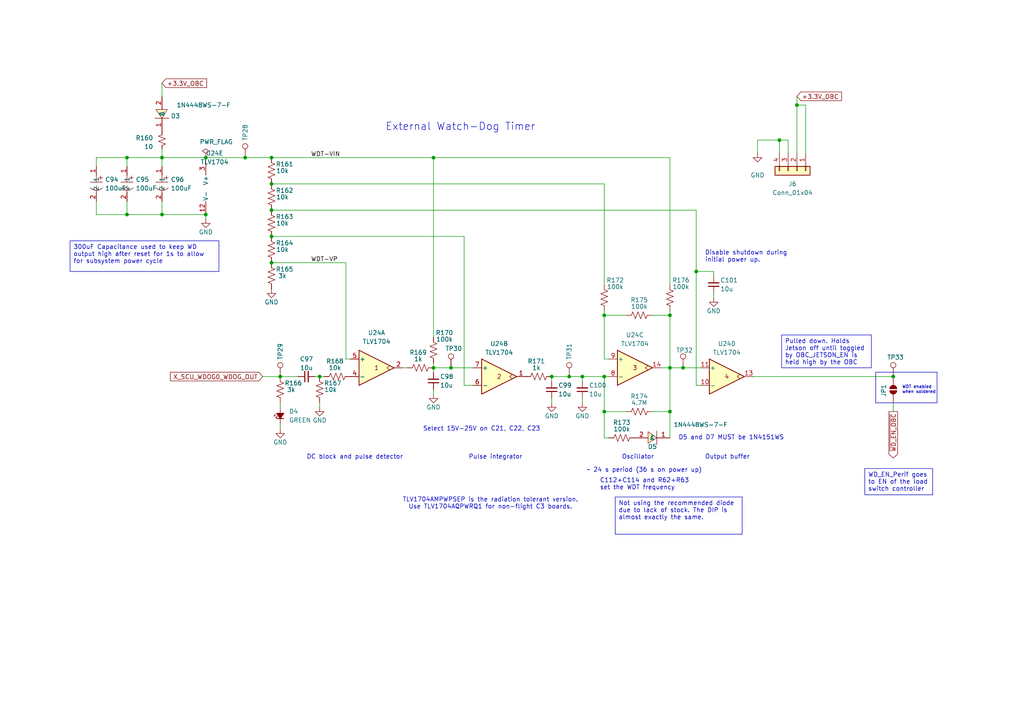
<source format=kicad_sch>
(kicad_sch (version 20250114) (generator "eeschema") (generator_version "9.0")
  (paper "A4")
  (lib_symbols
    (symbol "Connector_Generic:Conn_01x04" (pin_names (offset 1.016) (hide yes))
      (property "Reference" "J" (at 0 5.08 0))
      (property "Value" "Conn_01x04" (at 0 -7.62 0))
      (symbol "Conn_01x04_1_1"
        (rectangle (start -1.27 3.81) (end 1.27 -6.35) (stroke (width 0.254)) (fill (type background)))
        (rectangle (start -1.27 2.667) (end 0 2.413) (stroke (width 0.1524)))
        (rectangle (start -1.27 0.127) (end 0 -0.127) (stroke (width 0.1524)))
        (rectangle (start -1.27 -2.413) (end 0 -2.667) (stroke (width 0.1524)))
        (rectangle (start -1.27 -4.953) (end 0 -5.207) (stroke (width 0.1524)))
        (pin passive line (at -5.08 2.54 0) (length 3.81) (name "Pin_1") (number "1"))
        (pin passive line (at -5.08 0 0) (length 3.81) (name "Pin_2") (number "2"))
        (pin passive line (at -5.08 -2.54 0) (length 3.81) (name "Pin_3") (number "3"))
        (pin passive line (at -5.08 -5.08 0) (length 3.81) (name "Pin_4") (number "4"))
      )
    )
    (symbol "Device:C_Small" (pin_numbers (hide yes)) (pin_names (offset 0.254) (hide yes))
      (property "Reference" "C" (at 0.254 1.778 0))
      (property "Value" "C_Small" (at 0.254 -2.032 0))
      (symbol "C_Small_0_1"
        (polyline (pts (xy -1.524 0.508) (xy 1.524 0.508)) (stroke (width 0.3048)))
        (polyline (pts (xy -1.524 -0.508) (xy 1.524 -0.508)) (stroke (width 0.3302)))
      )
      (symbol "C_Small_1_1"
        (pin passive line (at 0 2.54 270) (length 2.032) (name "~") (number "1"))
        (pin passive line (at 0 -2.54 90) (length 2.032) (name "~") (number "2"))
      )
    )
    (symbol "Device:LED_Small_Filled" (pin_numbers (hide yes)) (pin_names (offset 0.254) (hide yes))
      (property "Reference" "D" (at -1.27 3.175 0))
      (property "Value" "LED_Small_Filled" (at -4.445 -2.54 0))
      (symbol "LED_Small_Filled_0_1"
        (polyline (pts (xy -0.762 -1.016) (xy -0.762 1.016)) (stroke (width 0.254)))
        (polyline (pts (xy 0 0.762) (xy -0.508 1.27) (xy -0.254 1.27) (xy -0.508 1.27) (xy -0.508 1.016)))
        (polyline (pts (xy 0.508 1.27) (xy 0 1.778) (xy 0.254 1.778) (xy 0 1.778) (xy 0 1.524)))
        (polyline (pts (xy 0.762 -1.016) (xy -0.762 0) (xy 0.762 1.016) (xy 0.762 -1.016)) (stroke (width 0.254)) (fill (type outline)))
        (polyline (pts (xy 1.016 0) (xy -0.762 0)))
      )
      (symbol "LED_Small_Filled_1_1"
        (pin passive line (at -2.54 0 0) (length 1.778) (name "K") (number "1"))
        (pin passive line (at 2.54 0 180) (length 1.778) (name "A") (number "2"))
      )
    )
    (symbol "Device:R_Small_US" (pin_numbers (hide yes)) (pin_names (offset 0.254) (hide yes))
      (property "Reference" "R" (at 0.762 0.508 0))
      (property "Value" "R_Small_US" (at 0.762 -1.016 0))
      (symbol "R_Small_US_1_1"
        (polyline (pts (xy 0 1.524) (xy 1.016 1.143) (xy 0 0.762) (xy -1.016 0.381) (xy 0 0)))
        (polyline (pts (xy 0 0) (xy 1.016 -0.381) (xy 0 -0.762) (xy -1.016 -1.143) (xy 0 -1.524)))
        (pin passive line (at 0 2.54 270) (length 1.016) (name "~") (number "1"))
        (pin passive line (at 0 -2.54 90) (length 1.016) (name "~") (number "2"))
      )
    )
    (symbol "Device:R_US" (pin_numbers (hide yes)) (pin_names (offset 0))
      (property "Reference" "R" (at 2.54 0 90))
      (property "Value" "R_US" (at -2.54 0 90))
      (symbol "R_US_0_1"
        (polyline (pts (xy 0 2.286) (xy 0 2.54)))
        (polyline (pts (xy 0 2.286) (xy 1.016 1.905) (xy 0 1.524) (xy -1.016 1.143) (xy 0 0.762)))
        (polyline (pts (xy 0 0.762) (xy 1.016 0.381) (xy 0 0) (xy -1.016 -0.381) (xy 0 -0.762)))
        (polyline (pts (xy 0 -0.762) (xy 1.016 -1.143) (xy 0 -1.524) (xy -1.016 -1.905) (xy 0 -2.286)))
        (polyline (pts (xy 0 -2.286) (xy 0 -2.54)))
      )
      (symbol "R_US_1_1"
        (pin passive line (at 0 3.81 270) (length 1.27) (name "~") (number "1"))
        (pin passive line (at 0 -3.81 90) (length 1.27) (name "~") (number "2"))
      )
    )
    (symbol "EPS:1N4448WS-7-F"
      (property "Reference" "D" (at 0 5.08 0))
      (property "Value" "1N4448WS-7-F" (at 0 -5.08 0))
      (symbol "1N4448WS-7-F_0_1"
        (polyline (pts (xy -1.27 -2.03) (xy -1.27 2.03)))
        (polyline (pts (xy 1.27 1.52) (xy -1.27 0) (xy 1.27 -1.78) (xy 1.27 1.52)) (fill (type background)))
        (pin unspecified line (at -5.08 0 0) (length 3.81) (name "C") (number "1"))
        (pin unspecified line (at 5.08 0 180) (length 3.81) (name "A") (number "2"))
      )
    )
    (symbol "EPS:TCN4107M035R0100E"
      (property "Reference" "C" (at 0 5.08 0))
      (property "Value" "TCN4107M035R0100E" (at 0 -5.08 0))
      (symbol "TCN4107M035R0100E_0_1"
        (polyline (pts (xy -2.54 0) (xy -0.51 0)))
        (polyline (pts (xy -2.29 1.27) (xy -1.27 1.27)))
        (polyline (pts (xy -1.78 1.78) (xy -1.78 0.76)))
        (arc (start 1.15 1.79) (mid 1.8578 0.0159) (end 1.13 -1.75))
        (polyline (pts (xy -0.51 1.78) (xy -0.51 -1.78)))
        (polyline (pts (xy 0.51 0) (xy 2.54 0)))
        (pin input line (at -5.08 0 0) (length 2.54) (name "1") (number "1"))
        (pin input line (at 5.08 0 180) (length 2.54) (name "2") (number "2"))
      )
    )
    (symbol "EPS:TLV1704AIPWR" (pin_names (offset 0.127))
      (property "Reference" "U13" (at 0 10.16 0))
      (property "Value" "TLV1704" (at 0 7.62 0))
      (symbol "TLV1704AIPWR_1_1"
        (polyline (pts (xy -5.08 5.08) (xy 5.08 0) (xy -5.08 -5.08) (xy -5.08 5.08)) (stroke (width 0.254)) (fill (type background)))
        (polyline (pts (xy 3.048 0) (xy 3.81 -0.635)))
        (polyline (pts (xy 3.81 0.635) (xy 3.048 0)))
        (text "1" (at 0 0 0) (effects (font (size 1.27 1.27))))
        (pin input line (at -7.62 2.54 0) (length 2.54) (name "+") (number "5"))
        (pin input line (at -7.62 -2.54 0) (length 2.54) (name "-") (number "4"))
        (pin open_collector line (at 7.62 0 180) (length 2.54) (name "~") (number "2"))
      )
      (symbol "TLV1704AIPWR_2_1"
        (polyline (pts (xy -5.08 5.08) (xy 5.08 0) (xy -5.08 -5.08) (xy -5.08 5.08)) (stroke (width 0.254)) (fill (type background)))
        (polyline (pts (xy 3.048 0) (xy 3.81 -0.635)))
        (polyline (pts (xy 3.81 0.635) (xy 3.048 0)))
        (text "2" (at 0 0 0) (effects (font (size 1.27 1.27))))
        (pin input line (at -7.62 2.54 0) (length 2.54) (name "+") (number "7"))
        (pin input line (at -7.62 -2.54 0) (length 2.54) (name "-") (number "6"))
        (pin open_collector line (at 7.62 0 180) (length 2.54) (name "~") (number "1"))
      )
      (symbol "TLV1704AIPWR_3_1"
        (polyline (pts (xy -5.08 5.08) (xy 5.08 0) (xy -5.08 -5.08) (xy -5.08 5.08)) (stroke (width 0.254)) (fill (type background)))
        (polyline (pts (xy 3.048 0) (xy 3.81 -0.635)))
        (polyline (pts (xy 3.81 0.635) (xy 3.048 0)))
        (text "3" (at 0 0 0) (effects (font (size 1.27 1.27))))
        (pin input line (at -7.62 2.54 0) (length 2.54) (name "+") (number "9"))
        (pin input line (at -7.62 -2.54 0) (length 2.54) (name "-") (number "8"))
        (pin open_collector line (at 7.62 0 180) (length 2.54) (name "~") (number "14"))
      )
      (symbol "TLV1704AIPWR_4_1"
        (polyline (pts (xy -5.08 5.08) (xy 5.08 0) (xy -5.08 -5.08) (xy -5.08 5.08)) (stroke (width 0.254)) (fill (type background)))
        (polyline (pts (xy 3.048 0) (xy 3.81 -0.635)))
        (polyline (pts (xy 3.81 0.635) (xy 3.048 0)))
        (text "4" (at 0 0 0) (effects (font (size 1.27 1.27))))
        (pin input line (at -7.62 2.54 0) (length 2.54) (name "+") (number "11"))
        (pin input line (at -7.62 -2.54 0) (length 2.54) (name "-") (number "10"))
        (pin open_collector line (at 7.62 0 180) (length 2.54) (name "~") (number "13"))
      )
      (symbol "TLV1704AIPWR_5_1"
        (pin power_in line (at -2.54 7.62 270) (length 3.81) (name "V+") (number "3"))
        (pin power_in line (at -2.54 -7.62 90) (length 3.81) (name "V-") (number "12"))
      )
    )
    (symbol "EPS:TestPoint" (pin_numbers (hide yes)) (pin_names (offset 0.762) (hide yes))
      (property "Reference" "TP" (at 0 6.858 0))
      (property "Value" "TestPoint" (at 0 5.08 0))
      (symbol "TestPoint_0_1"
        (circle (center 0 3.302) (radius 0.762))
      )
      (symbol "TestPoint_1_1"
        (pin passive line (at 0 0 90) (length 2.54) (name "1") (number "1"))
      )
    )
    (symbol "Jumper:SolderJumper_2_Open" (pin_numbers (hide yes)) (pin_names (offset 0) (hide yes)) (exclude_from_sim yes) (in_bom no)
      (property "Reference" "JP" (at 0 2.032 0))
      (property "Value" "SolderJumper_2_Open" (at 0 -2.54 0))
      (symbol "SolderJumper_2_Open_0_1"
        (polyline (pts (xy -0.254 1.016) (xy -0.254 -1.016)))
        (arc (start -0.254 -1.016) (mid -1.2656 0) (end -0.254 1.016))
        (arc (start -0.254 -1.016) (mid -1.2656 0) (end -0.254 1.016) (fill (type outline)))
        (arc (start 0.254 1.016) (mid 1.2656 0) (end 0.254 -1.016))
        (arc (start 0.254 1.016) (mid 1.2656 0) (end 0.254 -1.016) (fill (type outline)))
        (polyline (pts (xy 0.254 1.016) (xy 0.254 -1.016)))
      )
      (symbol "SolderJumper_2_Open_1_1"
        (pin passive line (at -3.81 0 0) (length 2.54) (name "A") (number "1"))
        (pin passive line (at 3.81 0 180) (length 2.54) (name "B") (number "2"))
      )
    )
    (symbol "power:GND" (power) (pin_numbers (hide yes)) (pin_names (offset 0) (hide yes))
      (property "Value" "GND" (at 0 -3.81 0))
      (symbol "GND_0_1"
        (polyline (pts (xy 0 0) (xy 0 -1.27) (xy 1.27 -1.27) (xy 0 -2.54) (xy -1.27 -1.27) (xy 0 -1.27)))
      )
      (symbol "GND_1_1"
        (pin power_in line (at 0 0 270) (length 0) (name "~") (number "1"))
      )
    )
    (symbol "power:PWR_FLAG" (power) (pin_numbers (hide yes)) (pin_names (offset 0) (hide yes))
      (property "Value" "PWR_FLAG" (at 0 3.81 0))
      (symbol "PWR_FLAG_0_0"
        (pin power_out line (at 0 0 90) (length 0) (name "~") (number "1"))
      )
      (symbol "PWR_FLAG_0_1"
        (polyline (pts (xy 0 0) (xy 0 1.27) (xy -1.016 1.905) (xy 0 2.54) (xy 1.016 1.905) (xy 0 1.27)))
      )
    )
  )
  (text "Select 15V-25V on C21, C22, C23" (at 139.7 124.46 0) (effects (font (size 1.27 1.27))))
  (text "TLV1704AMPWPSEP is the radiation tolerant version.\nUse TLV1704AQPWRQ1 for non-flight C3 boards." (at 142.24 146.05 0) (effects (font (size 1.27 1.27))))
  (text "Output buffer" (at 204.47 133.35 0) (effects (font (size 1.27 1.27)) (justify left bottom)))
  (text "Disable shutdown during\ninitial power up." (at 204.47 76.2 0) (effects (font (size 1.27 1.27)) (justify left bottom)))
  (text "WDT enabled\nwhen soldered" (at 261.62 114.3 0) (effects (font (size 0.889 0.889)) (justify left bottom)))
  (text "Oscillator" (at 180.34 133.35 0) (effects (font (size 1.27 1.27)) (justify left bottom)))
  (text "DC block and pulse detector" (at 88.9 133.35 0) (effects (font (size 1.27 1.27)) (justify left bottom)))
  (text "~ 24 s period (36 s on power up)" (at 170.18 137.16 0) (effects (font (size 1.27 1.27)) (justify left bottom)))
  (text "D5 and D7 MUST be 1N4151WS" (at 212.09 127 0) (effects (font (size 1.27 1.27))))
  (text "Pulse integrator" (at 135.89 133.35 0) (effects (font (size 1.27 1.27)) (justify left bottom)))
  (text "External Watch-Dog Timer" (at 111.76 38.1 0) (effects (font (size 2.159 2.159)) (justify left bottom)))
  (text "C112+C114 and R62+R63 \nset the WDT frequency" (at 173.99 142.24 0) (effects (font (size 1.27 1.27)) (justify left bottom)))
  (text_box "WD_EN_Perif goes to EN of the load switch controller" (at 250.825 135.89 0) (size 19.685 7.62) (margins 0.9525 0.9525 0.9525 0.9525) (effects (font (size 1.27 1.27)) (justify left top)))
  (text_box "Pulled down. Holds Jetson off until toggled by OBC_JETSON_EN is held high by the OBC" (at 226.695 97.155 0) (size 26.035 9.525) (margins 0.9525 0.9525 0.9525 0.9525) (effects (font (size 1.27 1.27)) (justify left top)))
  (text_box "300uF Capacitance used to keep WD output high after reset for 1s to allow for subsystem power cycle" (at 20.32 69.85 0) (size 43.18 8.89) (margins 0.9525 0.9525 0.9525 0.9525) (effects (font (size 1.27 1.27)) (justify left top)))
  (text_box "Not using the recommended diode due to lack of stock. The DIP is almost exactly the same." (at 178.435 144.145 0) (size 36.83 10.795) (margins 0.9525 0.9525 0.9525 0.9525) (effects (font (size 1.27 1.27)) (justify left top)))
  (junction (at 71.12 45.72))
  (junction (at 78.74 76.2))
  (junction (at 130.81 106.68))
  (junction (at 59.69 45.72))
  (junction (at 231.14 30.48))
  (junction (at 46.99 45.72))
  (junction (at 125.73 45.72))
  (junction (at 198.12 106.68))
  (junction (at 59.69 62.23))
  (junction (at 168.91 109.22))
  (junction (at 175.26 109.22))
  (junction (at 226.06 40.64))
  (junction (at 175.26 119.38))
  (junction (at 46.99 62.23))
  (junction (at 194.31 119.38))
  (junction (at 194.31 106.68))
  (junction (at 78.74 60.96))
  (junction (at 165.1 109.22))
  (junction (at 78.74 53.34))
  (junction (at 92.71 109.22))
  (junction (at 175.26 91.44))
  (junction (at 78.74 45.72))
  (junction (at 160.02 109.22))
  (junction (at 36.83 45.72))
  (junction (at 201.93 78.74))
  (junction (at 36.83 62.23))
  (junction (at 194.31 91.44))
  (junction (at 78.74 68.58))
  (junction (at 125.73 106.68))
  (junction (at 259.08 109.22))
  (junction (at 81.28 109.22))
  (wire (pts (xy 59.69 45.72) (xy 71.12 45.72)))
  (polyline (pts (xy 271.78 107.95) (xy 271.78 116.84)))
  (wire (pts (xy 226.06 44.45) (xy 226.06 40.64)))
  (wire (pts (xy 36.83 45.72) (xy 36.83 48.26)))
  (wire (pts (xy 71.12 45.72) (xy 78.74 45.72)))
  (wire (pts (xy 116.84 106.68) (xy 118.11 106.68)))
  (polyline (pts (xy 271.78 116.84) (xy 254 116.84)))
  (wire (pts (xy 228.6 40.64) (xy 228.6 44.45)))
  (polyline (pts (xy 254 116.84) (xy 254 107.95)))
  (wire (pts (xy 125.73 106.68) (xy 125.73 107.95)))
  (wire (pts (xy 27.94 45.72) (xy 27.94 48.26)))
  (wire (pts (xy 231.14 44.45) (xy 231.14 30.48)))
  (wire (pts (xy 81.28 109.22) (xy 86.36 109.22)))
  (wire (pts (xy 219.71 40.64) (xy 219.71 44.45)))
  (wire (pts (xy 175.26 127) (xy 176.53 127)))
  (wire (pts (xy 78.74 76.2) (xy 100.33 76.2)))
  (wire (pts (xy 46.99 45.72) (xy 59.69 45.72)))
  (wire (pts (xy 130.81 106.68) (xy 137.16 106.68)))
  (wire (pts (xy 175.26 127) (xy 175.26 119.38)))
  (wire (pts (xy 125.73 106.68) (xy 125.73 105.41)))
  (wire (pts (xy 175.26 90.17) (xy 175.26 91.44)))
  (wire (pts (xy 46.99 58.42) (xy 46.99 62.23)))
  (wire (pts (xy 160.02 109.22) (xy 160.02 110.49)))
  (wire (pts (xy 207.01 80.01) (xy 207.01 78.74)))
  (wire (pts (xy 175.26 104.14) (xy 175.26 91.44)))
  (wire (pts (xy 91.44 109.22) (xy 92.71 109.22)))
  (wire (pts (xy 59.69 63.5) (xy 59.69 62.23)))
  (wire (pts (xy 100.33 104.14) (xy 101.6 104.14)))
  (wire (pts (xy 168.91 109.22) (xy 175.26 109.22)))
  (wire (pts (xy 125.73 106.68) (xy 130.81 106.68)))
  (wire (pts (xy 181.61 119.38) (xy 175.26 119.38)))
  (wire (pts (xy 194.31 106.68) (xy 198.12 106.68)))
  (wire (pts (xy 78.74 53.34) (xy 175.26 53.34)))
  (wire (pts (xy 201.93 78.74) (xy 207.01 78.74)))
  (wire (pts (xy 134.62 68.58) (xy 134.62 111.76)))
  (wire (pts (xy 191.77 106.68) (xy 194.31 106.68)))
  (wire (pts (xy 160.02 116.84) (xy 160.02 115.57)))
  (wire (pts (xy 226.06 40.64) (xy 228.6 40.64)))
  (wire (pts (xy 46.99 24.13) (xy 46.99 27.94)))
  (wire (pts (xy 81.28 124.46) (xy 81.28 123.19)))
  (wire (pts (xy 46.99 45.72) (xy 46.99 48.26)))
  (wire (pts (xy 194.31 127) (xy 194.31 119.38)))
  (wire (pts (xy 168.91 110.49) (xy 168.91 109.22)))
  (wire (pts (xy 218.44 109.22) (xy 259.08 109.22)))
  (wire (pts (xy 125.73 45.72) (xy 125.73 97.79)))
  (wire (pts (xy 201.93 60.96) (xy 201.93 78.74)))
  (wire (pts (xy 189.23 119.38) (xy 194.31 119.38)))
  (wire (pts (xy 27.94 45.72) (xy 36.83 45.72)))
  (wire (pts (xy 194.31 82.55) (xy 194.31 45.72)))
  (wire (pts (xy 36.83 58.42) (xy 36.83 62.23)))
  (wire (pts (xy 176.53 104.14) (xy 175.26 104.14)))
  (wire (pts (xy 194.31 90.17) (xy 194.31 91.44)))
  (wire (pts (xy 201.93 111.76) (xy 203.2 111.76)))
  (wire (pts (xy 194.31 119.38) (xy 194.31 106.68)))
  (wire (pts (xy 231.14 30.48) (xy 231.14 27.94)))
  (wire (pts (xy 125.73 114.3) (xy 125.73 113.03)))
  (wire (pts (xy 125.73 45.72) (xy 78.74 45.72)))
  (wire (pts (xy 189.23 91.44) (xy 194.31 91.44)))
  (wire (pts (xy 168.91 116.84) (xy 168.91 115.57)))
  (wire (pts (xy 233.68 30.48) (xy 233.68 44.45)))
  (wire (pts (xy 226.06 40.64) (xy 219.71 40.64)))
  (wire (pts (xy 231.14 30.48) (xy 233.68 30.48)))
  (wire (pts (xy 175.26 82.55) (xy 175.26 53.34)))
  (wire (pts (xy 134.62 111.76) (xy 137.16 111.76)))
  (wire (pts (xy 78.74 60.96) (xy 201.93 60.96)))
  (wire (pts (xy 198.12 106.68) (xy 203.2 106.68)))
  (wire (pts (xy 46.99 43.18) (xy 46.99 45.72)))
  (wire (pts (xy 92.71 116.84) (xy 92.71 118.11)))
  (wire (pts (xy 165.1 109.22) (xy 168.91 109.22)))
  (wire (pts (xy 160.02 109.22) (xy 165.1 109.22)))
  (wire (pts (xy 27.94 62.23) (xy 36.83 62.23)))
  (wire (pts (xy 76.2 109.22) (xy 81.28 109.22)))
  (wire (pts (xy 259.08 116.84) (xy 259.08 119.38)))
  (wire (pts (xy 175.26 119.38) (xy 175.26 109.22)))
  (wire (pts (xy 81.28 116.84) (xy 81.28 118.11)))
  (wire (pts (xy 92.71 109.22) (xy 93.98 109.22)))
  (polyline (pts (xy 254 107.95) (xy 271.78 107.95)))
  (wire (pts (xy 207.01 86.36) (xy 207.01 85.09)))
  (wire (pts (xy 194.31 91.44) (xy 194.31 106.68)))
  (wire (pts (xy 175.26 109.22) (xy 176.53 109.22)))
  (wire (pts (xy 201.93 78.74) (xy 201.93 111.76)))
  (wire (pts (xy 46.99 62.23) (xy 59.69 62.23)))
  (wire (pts (xy 125.73 45.72) (xy 194.31 45.72)))
  (wire (pts (xy 27.94 58.42) (xy 27.94 62.23)))
  (wire (pts (xy 100.33 76.2) (xy 100.33 104.14)))
  (wire (pts (xy 36.83 45.72) (xy 46.99 45.72)))
  (wire (pts (xy 175.26 91.44) (xy 181.61 91.44)))
  (wire (pts (xy 36.83 62.23) (xy 46.99 62.23)))
  (wire (pts (xy 59.69 46.99) (xy 59.69 45.72)))
  (wire (pts (xy 78.74 68.58) (xy 134.62 68.58)))
  (label "WDT-VP" (at 90.17 76.2 0))
  (label "WDT-VIN" (at 90.17 45.72 0))
  (global_label "+3.3V_OBC" (shape input) (at 231.14 27.94 0) (property "Intersheetrefs" "${INTERSHEET_REFS}" (effects (hide yes))))
  (global_label "+3.3V_OBC" (shape input) (at 46.99 24.13 0) (property "Intersheetrefs" "${INTERSHEET_REFS}" (effects (hide yes))))
  (global_label "X_SCU_WDOG0_WDOG_OUT" (shape input) (at 76.2 109.22 180) (property "Intersheetrefs" "${INTERSHEET_REFS}" (effects (hide yes))))
  (global_label "~{WD_EN_OBC}" (shape output) (at 259.08 119.38 270) (property "Intersheetrefs" "${INTERSHEET_REFS}" (effects (hide yes))))
  (symbol (lib_id "Device:R_US") (at 78.74 49.53 180) (unit 1)
    (property "Reference" "R161" (at 82.55 47.625 0))
    (property "Value" "10k" (at 81.915 49.53 0))
    (property "Footprint" "EPS:R0402" (effects (hide yes)))
    (property "Description" "Resistor, US symbol" (effects (hide yes)))
    (property "LCSC" "C25531" (effects (hide yes)))
  )
  (symbol (lib_id "power:GND") (at 92.71 118.11 0) (unit 1)
    (property "Reference" "#PWR0160" (effects (hide yes)))
    (property "Value" "GND" (at 92.71 121.92 0))
    (property "Description" "Power symbol creates a global label with name \"GND\" , ground" (effects (hide yes)))
  )
  (symbol (lib_id "power:GND") (at 78.74 83.82 0) (unit 1)
    (property "Reference" "#PWR0156" (effects (hide yes)))
    (property "Value" "GND" (at 78.74 87.63 0))
    (property "Description" "Power symbol creates a global label with name \"GND\" , ground" (effects (hide yes)))
  )
  (symbol (lib_id "Device:LED_Small_Filled") (at 81.28 120.65 90) (unit 1)
    (property "Reference" "D4" (at 83.82 119.3165 90) (effects (justify right)))
    (property "Value" "GREEN" (at 83.82 121.8565 90) (effects (justify right)))
    (property "Footprint" "LED_SMD:LED_0603_1608Metric" (effects (hide yes)))
    (property "Description" "Light emitting diode, small symbol, filled shape" (effects (hide yes)))
    (property "DPN" "732-4971-1-ND" (effects (hide yes)))
    (property "DST" "Digi-Key" (effects (hide yes)))
    (property "MFR" "Wurth" (effects (hide yes)))
    (property "MPN" "150060GS75000" (effects (hide yes)))
    (property "Sim.Pins" "1=K 2=A" (effects (hide yes)))
    (property "LCSC" "C965799" (effects (hide yes)))
  )
  (symbol (lib_id "EPS:TCN4107M035R0100E") (at 46.99 53.34 270) (unit 1)
    (property "Reference" "C96" (at 49.53 52.0699 90) (effects (justify left)))
    (property "Value" "100uF" (at 49.53 54.6099 90) (effects (justify left)))
    (property "Footprint" "EPS:CAP-SMD_L7.3-W6.1_TCN4227M025R0100" (effects (hide yes)))
    (property "LCSC Part" "C2158793" (effects (hide yes)))
  )
  (symbol (lib_id "power:GND") (at 81.28 124.46 0) (unit 1)
    (property "Reference" "#PWR0157" (effects (hide yes)))
    (property "Value" "GND" (at 81.28 128.27 0))
    (property "Description" "Power symbol creates a global label with name \"GND\" , ground" (effects (hide yes)))
  )
  (symbol (lib_id "Device:R_US") (at 125.73 101.6 0) (unit 1)
    (property "Reference" "R170" (at 128.905 96.52 0))
    (property "Value" "100k" (at 128.905 98.425 0))
    (property "Footprint" "EPS:R0402" (effects (hide yes)))
    (property "Description" "Resistor, US symbol" (effects (hide yes)))
    (property "LCSC" "C269673" (effects (hide yes)))
  )
  (symbol (lib_id "Device:R_US") (at 185.42 91.44 90) (unit 1)
    (property "Reference" "R175" (at 185.42 86.995 90))
    (property "Value" "100k" (at 185.42 88.9 90))
    (property "Footprint" "EPS:R0402" (effects (hide yes)))
    (property "Description" "Resistor, US symbol" (effects (hide yes)))
    (property "LCSC" "C269673" (effects (hide yes)))
  )
  (symbol (lib_id "EPS:1N4448WS-7-F") (at 189.23 127 180) (unit 1)
    (property "Reference" "D5" (at 189.23 129.54 0))
    (property "Value" "1N4448WS-7-F" (at 203.2 123.19 0))
    (property "Footprint" "EPS:SOD-323_L1.8-W1.3-LS2.5-RD" (effects (hide yes)))
    (property "Datasheet" "https://lcsc.com/product-detail/Others_Diodes-Incorporated_1N4448WS-7-F_Diodes-Incorporated-1N4448WS-7-F_C260859.html" (effects (hide yes)))
    (property "Description" "Diode" (effects (hide yes)))
    (property "DPN" "112-1N4151WS-E3-08CT-ND" (effects (hide yes)))
    (property "DST" "Digi-Key" (effects (hide yes)))
    (property "MFR" "Vishay" (effects (hide yes)))
    (property "MPN" "1N4151WS-E3-08" (effects (hide yes)))
    (property "Sim.Device" "D" (effects (hide yes)))
    (property "Sim.Pins" "1=K 2=A" (effects (hide yes)))
    (property "LCSC" "C2979762" (effects (hide yes)))
    (property "LCSC Part" "C260859" (effects (hide yes)))
  )
  (symbol (lib_id "Device:C_Small") (at 160.02 113.03 180) (unit 1)
    (property "Reference" "C99" (at 161.925 111.76 0) (effects (justify right)))
    (property "Value" "10u" (at 161.925 114.3 0) (effects (justify right)))
    (property "Footprint" "EPS:C0402" (effects (hide yes)))
    (property "Description" "Unpolarized capacitor, small symbol" (effects (hide yes)))
    (property "LCSC" "194427" (effects (hide yes)))
  )
  (symbol (lib_id "Device:R_US") (at 78.74 64.77 180) (unit 1)
    (property "Reference" "R163" (at 82.55 62.865 0))
    (property "Value" "10k" (at 81.915 64.77 0))
    (property "Footprint" "EPS:R0402" (effects (hide yes)))
    (property "Description" "Resistor, US symbol" (effects (hide yes)))
    (property "LCSC" "C25531" (effects (hide yes)))
  )
  (symbol (lib_id "EPS:TestPoint") (at 81.28 109.22 0) (unit 1)
    (property "Reference" "TP29" (at 81.28 104.394 90) (effects (justify left)))
    (property "Value" "TestPoint" (effects (hide yes)))
    (property "Footprint" "TestPoint:TestPoint_Pad_1.0x1.0mm" (effects (hide yes)))
    (property "Description" "test point" (effects (hide yes)))
  )
  (symbol (lib_id "Device:R_US") (at 185.42 119.38 90) (unit 1)
    (property "Reference" "R174" (at 185.42 114.935 90))
    (property "Value" "4.7M" (at 185.42 116.84 90))
    (property "Footprint" "EPS:R0402" (effects (hide yes)))
    (property "Description" "Resistor, US symbol" (effects (hide yes)))
    (property "LCSC" "C474132" (effects (hide yes)))
  )
  (symbol (lib_id "power:GND") (at 125.73 114.3 0) (unit 1)
    (property "Reference" "#PWR0172" (effects (hide yes)))
    (property "Value" "GND" (at 125.73 118.11 0))
    (property "Description" "Power symbol creates a global label with name \"GND\" , ground" (effects (hide yes)))
  )
  (symbol (lib_id "Device:R_Small_US") (at 46.99 40.64 0) (mirror y) (unit 1)
    (property "Reference" "R160" (at 44.45 40.005 0) (effects (justify left)))
    (property "Value" "10" (at 44.45 42.545 0) (effects (justify left)))
    (property "Footprint" "Resistor_SMD:R_1206_3216Metric" (effects (hide yes)))
    (property "Description" "Resistor, small US symbol" (effects (hide yes)))
    (property "DPN" "RHM10.0AFCT-ND" (effects (hide yes)))
    (property "DST" "Digi-Key" (effects (hide yes)))
    (property "MFR" "Rohm Semiconductor" (effects (hide yes)))
    (property "MPN" "ESR18EZPF10R0" (effects (hide yes)))
    (property "LCSC" "C17903" (effects (hide yes)))
  )
  (symbol (lib_id "Device:R_US") (at 156.21 109.22 270) (unit 1)
    (property "Reference" "R171" (at 155.575 104.775 90))
    (property "Value" "1k" (at 155.575 106.68 90))
    (property "Footprint" "EPS:R0402" (effects (hide yes)))
    (property "Description" "Resistor, US symbol" (effects (hide yes)))
    (property "LCSC" "C106235" (effects (hide yes)))
  )
  (symbol (lib_id "Device:R_US") (at 92.71 113.03 180) (unit 1)
    (property "Reference" "R167" (at 96.52 111.125 0))
    (property "Value" "10k" (at 95.885 113.03 0))
    (property "Footprint" "EPS:R0402" (effects (hide yes)))
    (property "Description" "Resistor, US symbol" (effects (hide yes)))
    (property "LCSC" "C25531" (effects (hide yes)))
  )
  (symbol (lib_id "Device:R_US") (at 78.74 80.01 180) (unit 1)
    (property "Reference" "R165" (at 82.55 78.105 0))
    (property "Value" "3k" (at 81.915 80.01 0))
    (property "Footprint" "EPS:R0402" (effects (hide yes)))
    (property "Description" "Resistor, US symbol" (effects (hide yes)))
    (property "LCSC" "C2909355" (effects (hide yes)))
  )
  (symbol (lib_id "power:GND") (at 219.71 44.45 0) (unit 1)
    (property "Reference" "#PWR0176" (effects (hide yes)))
    (property "Value" "GND" (at 219.71 50.8 0))
    (property "Description" "Power symbol creates a global label with name \"GND\" , ground" (effects (hide yes)))
  )
  (symbol (lib_id "Device:R_US") (at 180.34 127 90) (unit 1)
    (property "Reference" "R173" (at 180.34 122.555 90))
    (property "Value" "100k" (at 180.34 124.46 90))
    (property "Footprint" "EPS:R0402" (effects (hide yes)))
    (property "Description" "Resistor, US symbol" (effects (hide yes)))
    (property "LCSC" "C269673" (effects (hide yes)))
  )
  (symbol (lib_id "Device:R_US") (at 78.74 57.15 180) (unit 1)
    (property "Reference" "R162" (at 82.55 55.245 0))
    (property "Value" "10k" (at 81.915 57.15 0))
    (property "Footprint" "EPS:R0402" (effects (hide yes)))
    (property "Description" "Resistor, US symbol" (effects (hide yes)))
    (property "LCSC" "C25531" (effects (hide yes)))
  )
  (symbol (lib_id "EPS:TLV1704AIPWR") (at 62.23 54.61 0) (unit 5)
    (property "Reference" "U24" (at 62.23 44.45 0))
    (property "Value" "TLV1704" (at 62.23 46.99 0))
    (property "Footprint" "Package_SO:TSSOP-14_4.4x5mm_P0.65mm" (effects (hide yes)))
    (property "Datasheet" "https://www.ti.com/lit/ds/symlink/tlv1704-sep.pdf" (effects (hide yes)))
    (property "Description" "Analog Comparators 2.2-V to 36-V, radiation tolerant microPower quad comparator in space enhanced plastic 14-TSSOP -55 to 125" (effects (hide yes)))
    (property "MFR" "Texas Instruments" (effects (hide yes)))
    (property "MPN" "TLV1704AQPWRQ1" (effects (hide yes)))
    (property "DST" "Digi-Key" (effects (hide yes)))
    (property "DPN" "296-43799-2-ND" (effects (hide yes)))
    (property "LCSC" "C181596" (effects (hide yes)))
  )
  (symbol (lib_id "power:GND") (at 168.91 116.84 0) (mirror y) (unit 1)
    (property "Reference" "#PWR0174" (effects (hide yes)))
    (property "Value" "GND" (at 168.91 120.65 0))
    (property "Description" "Power symbol creates a global label with name \"GND\" , ground" (effects (hide yes)))
  )
  (symbol (lib_id "EPS:TestPoint") (at 71.12 45.72 0) (unit 1)
    (property "Reference" "TP28" (at 71.12 40.894 90) (effects (justify left)))
    (property "Value" "TestPoint" (effects (hide yes)))
    (property "Footprint" "TestPoint:TestPoint_Pad_1.0x1.0mm" (effects (hide yes)))
    (property "Description" "test point" (effects (hide yes)))
  )
  (symbol (lib_id "Device:R_US") (at 97.79 109.22 270) (unit 1)
    (property "Reference" "R168" (at 97.155 104.775 90))
    (property "Value" "10k" (at 97.155 106.68 90))
    (property "Footprint" "EPS:R0402" (effects (hide yes)))
    (property "Description" "Resistor, US symbol" (effects (hide yes)))
    (property "LCSC" "C25531" (effects (hide yes)))
  )
  (symbol (lib_id "Device:C_Small") (at 125.73 110.49 180) (unit 1)
    (property "Reference" "C98" (at 127.635 109.22 0) (effects (justify right)))
    (property "Value" "10u" (at 127.635 111.76 0) (effects (justify right)))
    (property "Footprint" "EPS:C0402" (effects (hide yes)))
    (property "Description" "Unpolarized capacitor, small symbol" (effects (hide yes)))
    (property "LCSC" "194427" (effects (hide yes)))
  )
  (symbol (lib_id "EPS:TLV1704AIPWR") (at 144.78 109.22 0) (unit 2)
    (property "Reference" "U24" (at 144.78 99.695 0))
    (property "Value" "TLV1704" (at 144.78 102.235 0))
    (property "Footprint" "Package_SO:TSSOP-14_4.4x5mm_P0.65mm" (effects (hide yes)))
    (property "Datasheet" "https://www.ti.com/lit/ds/symlink/tlv1704-sep.pdf" (effects (hide yes)))
    (property "Description" "Analog Comparators 2.2-V to 36-V, radiation tolerant microPower quad comparator in space enhanced plastic 14-TSSOP -55 to 125" (effects (hide yes)))
    (property "MFR" "Texas Instruments" (effects (hide yes)))
    (property "MPN" "TLV1704AQPWRQ1" (effects (hide yes)))
    (property "DST" "Digi-Key" (effects (hide yes)))
    (property "DPN" "296-43799-2-ND" (effects (hide yes)))
    (property "LCSC" "C181596" (effects (hide yes)))
  )
  (symbol (lib_id "Connector_Generic:Conn_01x04") (at 231.14 49.53 270) (unit 1)
    (property "Reference" "J6" (at 229.87 53.34 90))
    (property "Value" "Conn_01x04" (at 229.87 55.88 90))
    (property "Footprint" "Connector_PinSocket_2.54mm:PinSocket_1x04_P2.54mm_Vertical" (effects (hide yes)))
    (property "Description" "Generic connector, single row, 01x04, script generated (kicad-library-utils/schlib/autogen/connector/)" (effects (hide yes)))
  )
  (symbol (lib_id "Device:C_Small") (at 168.91 113.03 180) (unit 1)
    (property "Reference" "C100" (at 170.815 111.76 0) (effects (justify right)))
    (property "Value" "10u" (at 170.815 114.3 0) (effects (justify right)))
    (property "Footprint" "EPS:C0402" (effects (hide yes)))
    (property "Description" "Unpolarized capacitor, small symbol" (effects (hide yes)))
    (property "LCSC" "194427" (effects (hide yes)))
  )
  (symbol (lib_id "EPS:TLV1704AIPWR") (at 109.22 106.68 0) (unit 1)
    (property "Reference" "U24" (at 109.22 96.52 0))
    (property "Value" "TLV1704" (at 109.22 99.06 0))
    (property "Footprint" "Package_SO:TSSOP-14_4.4x5mm_P0.65mm" (effects (hide yes)))
    (property "Datasheet" "https://www.ti.com/lit/ds/symlink/tlv1704-sep.pdf" (effects (hide yes)))
    (property "Description" "Analog Comparators 2.2-V to 36-V, radiation tolerant microPower quad comparator in space enhanced plastic 14-TSSOP -55 to 125" (effects (hide yes)))
    (property "MFR" "Texas Instruments" (effects (hide yes)))
    (property "MPN" "TLV1704AQPWRQ1" (effects (hide yes)))
    (property "DST" "Digi-Key" (effects (hide yes)))
    (property "DPN" "296-43799-2-ND" (effects (hide yes)))
    (property "LCSC" "C181596" (effects (hide yes)))
  )
  (symbol (lib_id "Device:R_US") (at 121.92 106.68 270) (unit 1)
    (property "Reference" "R169" (at 121.285 102.235 90))
    (property "Value" "1k" (at 121.285 104.14 90))
    (property "Footprint" "EPS:R0402" (effects (hide yes)))
    (property "Description" "Resistor, US symbol" (effects (hide yes)))
    (property "LCSC" "C106235" (effects (hide yes)))
  )
  (symbol (lib_id "EPS:TestPoint") (at 165.1 109.22 0) (unit 1)
    (property "Reference" "TP31" (at 165.1 104.394 90) (effects (justify left)))
    (property "Value" "TestPoint" (effects (hide yes)))
    (property "Footprint" "TestPoint:TestPoint_Pad_1.0x1.0mm" (effects (hide yes)))
    (property "Description" "test point" (effects (hide yes)))
  )
  (symbol (lib_id "power:PWR_FLAG") (at 59.69 45.72 0) (unit 1)
    (property "Reference" "#FLG020" (effects (hide yes)))
    (property "Value" "PWR_FLAG" (at 62.738 41.148 0))
    (property "Description" "Special symbol for telling ERC where power comes from" (effects (hide yes)))
  )
  (symbol (lib_id "Device:R_US") (at 81.28 113.03 180) (unit 1)
    (property "Reference" "R166" (at 85.09 111.125 0))
    (property "Value" "3k" (at 84.455 113.03 0))
    (property "Footprint" "EPS:R0402" (effects (hide yes)))
    (property "Description" "Resistor, US symbol" (effects (hide yes)))
    (property "LCSC" "C2909355" (effects (hide yes)))
  )
  (symbol (lib_id "Device:C_Small") (at 207.01 82.55 180) (unit 1)
    (property "Reference" "C101" (at 208.915 81.28 0) (effects (justify right)))
    (property "Value" "10u" (at 208.915 83.82 0) (effects (justify right)))
    (property "Footprint" "EPS:C0402" (effects (hide yes)))
    (property "Description" "Unpolarized capacitor, small symbol" (effects (hide yes)))
    (property "LCSC" "194427" (effects (hide yes)))
  )
  (symbol (lib_id "power:GND") (at 160.02 116.84 0) (mirror y) (unit 1)
    (property "Reference" "#PWR0173" (effects (hide yes)))
    (property "Value" "GND" (at 160.02 120.65 0))
    (property "Description" "Power symbol creates a global label with name \"GND\" , ground" (effects (hide yes)))
  )
  (symbol (lib_id "Device:R_US") (at 175.26 86.36 0) (unit 1)
    (property "Reference" "R172" (at 178.435 81.28 0))
    (property "Value" "100k" (at 178.435 83.185 0))
    (property "Footprint" "EPS:R0402" (effects (hide yes)))
    (property "Description" "Resistor, US symbol" (effects (hide yes)))
    (property "LCSC" "C269673" (effects (hide yes)))
  )
  (symbol (lib_id "EPS:TestPoint") (at 198.12 106.68 0) (unit 1)
    (property "Reference" "TP32" (at 196.088 101.6 0) (effects (justify left)))
    (property "Value" "TestPoint" (effects (hide yes)))
    (property "Footprint" "TestPoint:TestPoint_Pad_1.0x1.0mm" (effects (hide yes)))
    (property "Description" "test point" (effects (hide yes)))
  )
  (symbol (lib_id "power:GND") (at 59.69 63.5 0) (mirror y) (unit 1)
    (property "Reference" "#PWR0155" (effects (hide yes)))
    (property "Value" "GND" (at 59.69 67.31 0))
    (property "Description" "Power symbol creates a global label with name \"GND\" , ground" (effects (hide yes)))
  )
  (symbol (lib_id "EPS:1N4448WS-7-F") (at 46.99 33.02 270) (mirror x) (unit 1)
    (property "Reference" "D3" (at 49.53 33.655 90) (effects (justify left)))
    (property "Value" "1N4448WS-7-F" (at 59.055 30.48 90))
    (property "Footprint" "EPS:SOD-323_L1.8-W1.3-LS2.5-RD" (effects (hide yes)))
    (property "Datasheet" "https://lcsc.com/product-detail/Others_Diodes-Incorporated_1N4448WS-7-F_Diodes-Incorporated-1N4448WS-7-F_C260859.html" (effects (hide yes)))
    (property "Description" "Diode" (effects (hide yes)))
    (property "DPN" "112-1N4151WS-E3-08CT-ND" (effects (hide yes)))
    (property "DST" "Digi-Key" (effects (hide yes)))
    (property "MFR" "Vishay" (effects (hide yes)))
    (property "MPN" "1N4151WS-E3-08" (effects (hide yes)))
    (property "Sim.Device" "D" (effects (hide yes)))
    (property "Sim.Pins" "1=K 2=A" (effects (hide yes)))
    (property "LCSC" "C2979762" (effects (hide yes)))
    (property "LCSC Part" "C260859" (effects (hide yes)))
  )
  (symbol (lib_id "Device:R_US") (at 194.31 86.36 0) (unit 1)
    (property "Reference" "R176" (at 197.485 81.28 0))
    (property "Value" "100k" (at 197.485 83.185 0))
    (property "Footprint" "EPS:R0402" (effects (hide yes)))
    (property "Description" "Resistor, US symbol" (effects (hide yes)))
    (property "LCSC" "C269673" (effects (hide yes)))
  )
  (symbol (lib_id "power:GND") (at 207.01 86.36 0) (mirror y) (unit 1)
    (property "Reference" "#PWR0175" (effects (hide yes)))
    (property "Value" "GND" (at 207.01 90.17 0))
    (property "Description" "Power symbol creates a global label with name \"GND\" , ground" (effects (hide yes)))
  )
  (symbol (lib_id "Device:R_US") (at 78.74 72.39 180) (unit 1)
    (property "Reference" "R164" (at 82.55 70.485 0))
    (property "Value" "10k" (at 81.915 72.39 0))
    (property "Footprint" "EPS:R0402" (effects (hide yes)))
    (property "Description" "Resistor, US symbol" (effects (hide yes)))
    (property "LCSC" "C25531" (effects (hide yes)))
  )
  (symbol (lib_id "EPS:TestPoint") (at 130.81 106.68 0) (unit 1)
    (property "Reference" "TP30" (at 129.159 101.092 0) (effects (justify left)))
    (property "Value" "TestPoint" (effects (hide yes)))
    (property "Footprint" "TestPoint:TestPoint_Pad_1.0x1.0mm" (effects (hide yes)))
    (property "Description" "test point" (effects (hide yes)))
  )
  (symbol (lib_id "EPS:TCN4107M035R0100E") (at 36.83 53.34 270) (unit 1)
    (property "Reference" "C95" (at 39.37 52.0699 90) (effects (justify left)))
    (property "Value" "100uF" (at 39.37 54.6099 90) (effects (justify left)))
    (property "Footprint" "EPS:CAP-SMD_L7.3-W6.1_TCN4227M025R0100" (effects (hide yes)))
    (property "LCSC Part" "C2158793" (effects (hide yes)))
  )
  (symbol (lib_id "EPS:TLV1704AIPWR") (at 210.82 109.22 0) (unit 4)
    (property "Reference" "U24" (at 210.82 99.695 0))
    (property "Value" "TLV1704" (at 210.82 102.235 0))
    (property "Footprint" "Package_SO:TSSOP-14_4.4x5mm_P0.65mm" (effects (hide yes)))
    (property "Datasheet" "https://www.ti.com/lit/ds/symlink/tlv1704-sep.pdf" (effects (hide yes)))
    (property "Description" "Analog Comparators 2.2-V to 36-V, radiation tolerant microPower quad comparator in space enhanced plastic 14-TSSOP -55 to 125" (effects (hide yes)))
    (property "MFR" "Texas Instruments" (effects (hide yes)))
    (property "MPN" "TLV1704AQPWRQ1" (effects (hide yes)))
    (property "DST" "Digi-Key" (effects (hide yes)))
    (property "DPN" "296-43799-2-ND" (effects (hide yes)))
    (property "LCSC" "C181596" (effects (hide yes)))
  )
  (symbol (lib_id "Device:C_Small") (at 88.9 109.22 90) (unit 1)
    (property "Reference" "C97" (at 88.9063 104.14 90))
    (property "Value" "10u" (at 88.9063 106.68 90))
    (property "Footprint" "EPS:C0402" (effects (hide yes)))
    (property "Description" "Unpolarized capacitor, small symbol" (effects (hide yes)))
    (property "LCSC" "194427" (effects (hide yes)))
  )
  (symbol (lib_id "EPS:TCN4107M035R0100E") (at 27.94 53.34 270) (unit 1)
    (property "Reference" "C94" (at 30.48 52.0699 90) (effects (justify left)))
    (property "Value" "100uF" (at 30.48 54.6099 90) (effects (justify left)))
    (property "Footprint" "EPS:CAP-SMD_L7.3-W6.1_TCN4227M025R0100" (effects (hide yes)))
    (property "LCSC Part" "C2158793" (effects (hide yes)))
  )
  (symbol (lib_id "EPS:TestPoint") (at 259.08 109.22 0) (unit 1)
    (property "Reference" "TP33" (at 257.302 103.632 0) (effects (justify left)))
    (property "Value" "TestPoint" (effects (hide yes)))
    (property "Footprint" "TestPoint:TestPoint_Pad_1.0x1.0mm" (effects (hide yes)))
    (property "Description" "test point" (effects (hide yes)))
  )
  (symbol (lib_id "Jumper:SolderJumper_2_Open") (at 259.08 113.03 270) (unit 1)
    (property "Reference" "JP1" (at 256.286 113.284 0))
    (property "Value" "SolderJumper_2_Open" (effects (hide yes)))
    (property "Footprint" "Jumper:SolderJumper-2_P1.3mm_Open_RoundedPad1.0x1.5mm" (effects (hide yes)))
    (property "Description" "Solder Jumper, 2-pole, open" (effects (hide yes)))
  )
  (symbol (lib_id "EPS:TLV1704AIPWR") (at 184.15 106.68 0) (unit 3)
    (property "Reference" "U24" (at 184.15 97.155 0))
    (property "Value" "TLV1704" (at 184.15 99.695 0))
    (property "Footprint" "Package_SO:TSSOP-14_4.4x5mm_P0.65mm" (effects (hide yes)))
    (property "Datasheet" "https://www.ti.com/lit/ds/symlink/tlv1704-sep.pdf" (effects (hide yes)))
    (property "Description" "Analog Comparators 2.2-V to 36-V, radiation tolerant microPower quad comparator in space enhanced plastic 14-TSSOP -55 to 125" (effects (hide yes)))
    (property "MFR" "Texas Instruments" (effects (hide yes)))
    (property "MPN" "TLV1704AQPWRQ1" (effects (hide yes)))
    (property "DST" "Digi-Key" (effects (hide yes)))
    (property "DPN" "296-43799-2-ND" (effects (hide yes)))
    (property "LCSC" "C181596" (effects (hide yes)))
  )
)
</source>
